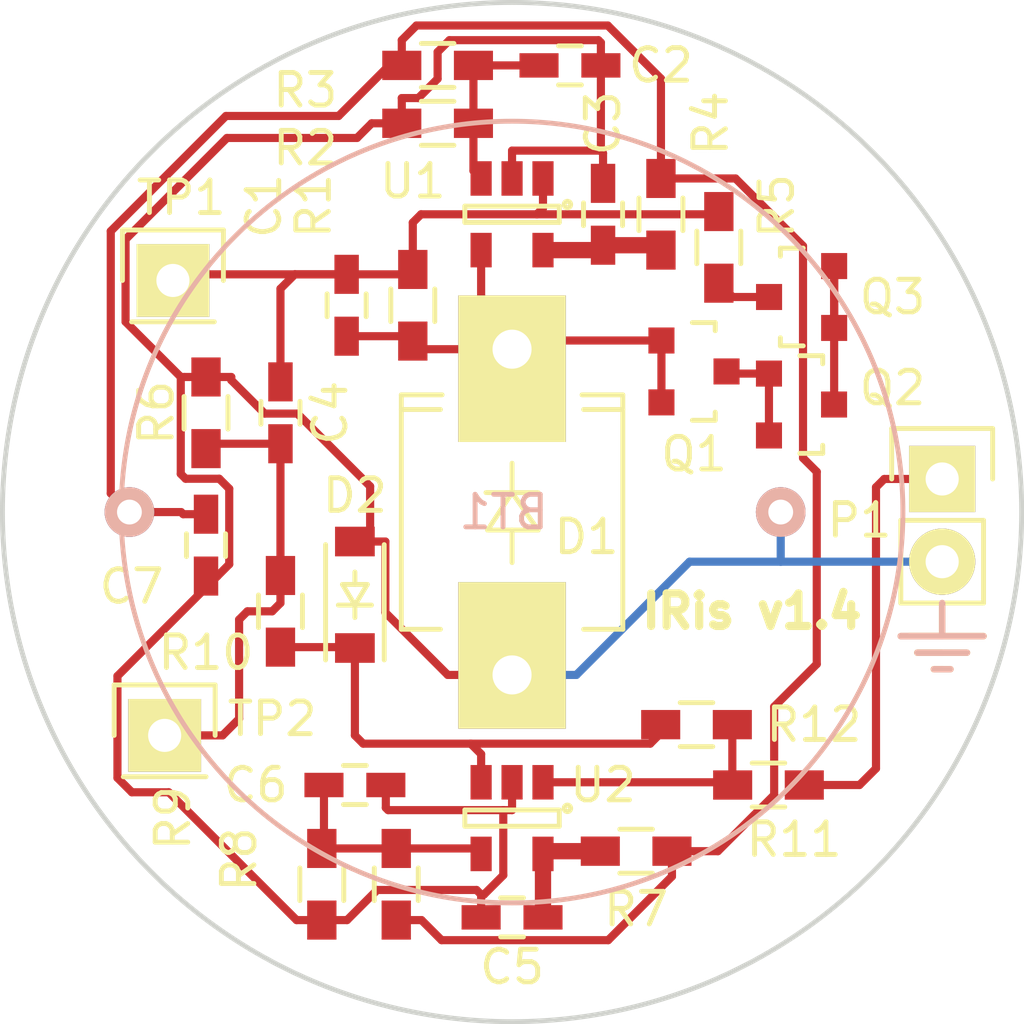
<source format=kicad_pcb>
(kicad_pcb (version 20171130) (host pcbnew "(5.1.12)-1")

  (general
    (thickness 1.6)
    (drawings 15)
    (tracks 200)
    (zones 0)
    (modules 30)
    (nets 16)
  )

  (page A4)
  (title_block
    (title IRis)
    (date 05/21/2016)
    (rev 1.4)
  )

  (layers
    (0 F.Cu signal)
    (31 B.Cu signal)
    (32 B.Adhes user hide)
    (33 F.Adhes user hide)
    (34 B.Paste user hide)
    (35 F.Paste user hide)
    (36 B.SilkS user hide)
    (37 F.SilkS user hide)
    (38 B.Mask user hide)
    (39 F.Mask user hide)
    (40 Dwgs.User user hide)
    (41 Cmts.User user hide)
    (42 Eco1.User user hide)
    (43 Eco2.User user hide)
    (44 Edge.Cuts user)
    (45 Margin user hide)
    (46 B.CrtYd user hide)
    (47 F.CrtYd user hide)
    (48 B.Fab user hide)
    (49 F.Fab user hide)
  )

  (setup
    (last_trace_width 0.25)
    (user_trace_width 0.5)
    (trace_clearance 0.2)
    (zone_clearance 0.254)
    (zone_45_only no)
    (trace_min 0.2)
    (via_size 0.6)
    (via_drill 0.4)
    (via_min_size 0.4)
    (via_min_drill 0.3)
    (uvia_size 0.3)
    (uvia_drill 0.1)
    (uvias_allowed no)
    (uvia_min_size 0.2)
    (uvia_min_drill 0.1)
    (edge_width 0.15)
    (segment_width 0.2)
    (pcb_text_width 0.3)
    (pcb_text_size 1.5 1.5)
    (mod_edge_width 0.15)
    (mod_text_size 1 1)
    (mod_text_width 0.15)
    (pad_size 1.524 1.524)
    (pad_drill 0.762)
    (pad_to_mask_clearance 0.2)
    (aux_axis_origin 0 0)
    (visible_elements 7FFFFFFF)
    (pcbplotparams
      (layerselection 0x010f0_80000001)
      (usegerberextensions false)
      (usegerberattributes true)
      (usegerberadvancedattributes true)
      (creategerberjobfile true)
      (excludeedgelayer true)
      (linewidth 0.100000)
      (plotframeref false)
      (viasonmask false)
      (mode 1)
      (useauxorigin false)
      (hpglpennumber 1)
      (hpglpenspeed 20)
      (hpglpendiameter 15.000000)
      (psnegative false)
      (psa4output false)
      (plotreference true)
      (plotvalue false)
      (plotinvisibletext false)
      (padsonsilk false)
      (subtractmaskfromsilk false)
      (outputformat 1)
      (mirror false)
      (drillshape 0)
      (scaleselection 1)
      (outputdirectory "Gerber/"))
  )

  (net 0 "")
  (net 1 "Net-(C1-Pad1)")
  (net 2 "Net-(C1-Pad2)")
  (net 3 "Net-(C2-Pad1)")
  (net 4 GND)
  (net 5 "Net-(C3-Pad2)")
  (net 6 "Net-(C4-Pad1)")
  (net 7 "Net-(C5-Pad2)")
  (net 8 "Net-(C6-Pad1)")
  (net 9 +5V)
  (net 10 "Net-(Q1-Pad3)")
  (net 11 "Net-(P1-Pad1)")
  (net 12 "Net-(Q2-Pad3)")
  (net 13 "Net-(Q3-Pad3)")
  (net 14 "Net-(D2-Pad1)")
  (net 15 "Net-(R11-Pad1)")

  (net_class Default "This is the default net class."
    (clearance 0.2)
    (trace_width 0.25)
    (via_dia 0.6)
    (via_drill 0.4)
    (uvia_dia 0.3)
    (uvia_drill 0.1)
    (add_net +5V)
    (add_net GND)
    (add_net "Net-(C1-Pad1)")
    (add_net "Net-(C1-Pad2)")
    (add_net "Net-(C2-Pad1)")
    (add_net "Net-(C3-Pad2)")
    (add_net "Net-(C4-Pad1)")
    (add_net "Net-(C5-Pad2)")
    (add_net "Net-(C6-Pad1)")
    (add_net "Net-(D2-Pad1)")
    (add_net "Net-(P1-Pad1)")
    (add_net "Net-(Q1-Pad3)")
    (add_net "Net-(Q2-Pad3)")
    (add_net "Net-(Q3-Pad3)")
    (add_net "Net-(R11-Pad1)")
  )

  (module Capacitors_SMD:C_0603_HandSoldering (layer F.Cu) (tedit 57AA5F65) (tstamp 5710DD30)
    (at 137.16 93.218 270)
    (descr "Capacitor SMD 0603, hand soldering")
    (tags "capacitor 0603")
    (path /5702C80E)
    (attr smd)
    (fp_text reference C1 (at -3.048 2.54 270) (layer F.SilkS)
      (effects (font (size 1 1) (thickness 0.15)))
    )
    (fp_text value 2.2pF (at 0 1.9 270) (layer F.Fab)
      (effects (font (size 1 1) (thickness 0.15)))
    )
    (fp_line (start -1.85 -0.75) (end 1.85 -0.75) (layer F.CrtYd) (width 0.05))
    (fp_line (start -1.85 0.75) (end 1.85 0.75) (layer F.CrtYd) (width 0.05))
    (fp_line (start -1.85 -0.75) (end -1.85 0.75) (layer F.CrtYd) (width 0.05))
    (fp_line (start 1.85 -0.75) (end 1.85 0.75) (layer F.CrtYd) (width 0.05))
    (fp_line (start -0.35 -0.6) (end 0.35 -0.6) (layer F.SilkS) (width 0.15))
    (fp_line (start 0.35 0.6) (end -0.35 0.6) (layer F.SilkS) (width 0.15))
    (pad 1 smd rect (at -0.95 0 270) (size 1.2 0.75) (layers F.Cu F.Paste F.Mask)
      (net 1 "Net-(C1-Pad1)"))
    (pad 2 smd rect (at 0.95 0 270) (size 1.2 0.75) (layers F.Cu F.Paste F.Mask)
      (net 2 "Net-(C1-Pad2)"))
    (model Capacitors_SMD.3dshapes/C_0603_HandSoldering.wrl
      (at (xyz 0 0 0))
      (scale (xyz 1 1 1))
      (rotate (xyz 0 0 0))
    )
  )

  (module Capacitors_SMD:C_0603_HandSoldering (layer F.Cu) (tedit 7FFFFFFF) (tstamp 5710DD3C)
    (at 144.018 85.852)
    (descr "Capacitor SMD 0603, hand soldering")
    (tags "capacitor 0603")
    (path /5702C73B)
    (attr smd)
    (fp_text reference C2 (at 2.794 0 180) (layer F.SilkS)
      (effects (font (size 1 1) (thickness 0.15)))
    )
    (fp_text value 0.1uF (at 0 1.9) (layer F.Fab)
      (effects (font (size 1 1) (thickness 0.15)))
    )
    (fp_line (start -1.85 -0.75) (end 1.85 -0.75) (layer F.CrtYd) (width 0.05))
    (fp_line (start -1.85 0.75) (end 1.85 0.75) (layer F.CrtYd) (width 0.05))
    (fp_line (start -1.85 -0.75) (end -1.85 0.75) (layer F.CrtYd) (width 0.05))
    (fp_line (start 1.85 -0.75) (end 1.85 0.75) (layer F.CrtYd) (width 0.05))
    (fp_line (start -0.35 -0.6) (end 0.35 -0.6) (layer F.SilkS) (width 0.15))
    (fp_line (start 0.35 0.6) (end -0.35 0.6) (layer F.SilkS) (width 0.15))
    (pad 1 smd rect (at -0.95 0) (size 1.2 0.75) (layers F.Cu F.Paste F.Mask)
      (net 3 "Net-(C2-Pad1)"))
    (pad 2 smd rect (at 0.95 0) (size 1.2 0.75) (layers F.Cu F.Paste F.Mask)
      (net 4 GND))
    (model Capacitors_SMD.3dshapes/C_0603_HandSoldering.wrl
      (at (xyz 0 0 0))
      (scale (xyz 1 1 1))
      (rotate (xyz 0 0 0))
    )
  )

  (module Capacitors_SMD:C_0603_HandSoldering (layer F.Cu) (tedit 7FFFFFFF) (tstamp 5710DD48)
    (at 145.034 90.424 270)
    (descr "Capacitor SMD 0603, hand soldering")
    (tags "capacitor 0603")
    (path /5702CB7B)
    (attr smd)
    (fp_text reference C3 (at -2.794 0 90) (layer F.SilkS)
      (effects (font (size 1 1) (thickness 0.15)))
    )
    (fp_text value 0.1uF (at 0 1.9 270) (layer F.Fab)
      (effects (font (size 1 1) (thickness 0.15)))
    )
    (fp_line (start -1.85 -0.75) (end 1.85 -0.75) (layer F.CrtYd) (width 0.05))
    (fp_line (start -1.85 0.75) (end 1.85 0.75) (layer F.CrtYd) (width 0.05))
    (fp_line (start -1.85 -0.75) (end -1.85 0.75) (layer F.CrtYd) (width 0.05))
    (fp_line (start 1.85 -0.75) (end 1.85 0.75) (layer F.CrtYd) (width 0.05))
    (fp_line (start -0.35 -0.6) (end 0.35 -0.6) (layer F.SilkS) (width 0.15))
    (fp_line (start 0.35 0.6) (end -0.35 0.6) (layer F.SilkS) (width 0.15))
    (pad 1 smd rect (at -0.95 0 270) (size 1.2 0.75) (layers F.Cu F.Paste F.Mask)
      (net 4 GND))
    (pad 2 smd rect (at 0.95 0 270) (size 1.2 0.75) (layers F.Cu F.Paste F.Mask)
      (net 5 "Net-(C3-Pad2)"))
    (model Capacitors_SMD.3dshapes/C_0603_HandSoldering.wrl
      (at (xyz 0 0 0))
      (scale (xyz 1 1 1))
      (rotate (xyz 0 0 0))
    )
  )

  (module Capacitors_SMD:C_0603_HandSoldering (layer F.Cu) (tedit 57410AE1) (tstamp 5710DD54)
    (at 135.128 96.52 90)
    (descr "Capacitor SMD 0603, hand soldering")
    (tags "capacitor 0603")
    (path /571038BD)
    (attr smd)
    (fp_text reference C4 (at 0 1.524 270) (layer F.SilkS)
      (effects (font (size 1 1) (thickness 0.15)))
    )
    (fp_text value 0.1uF (at 0 1.9 90) (layer F.Fab)
      (effects (font (size 1 1) (thickness 0.15)))
    )
    (fp_line (start -1.85 -0.75) (end 1.85 -0.75) (layer F.CrtYd) (width 0.05))
    (fp_line (start -1.85 0.75) (end 1.85 0.75) (layer F.CrtYd) (width 0.05))
    (fp_line (start -1.85 -0.75) (end -1.85 0.75) (layer F.CrtYd) (width 0.05))
    (fp_line (start 1.85 -0.75) (end 1.85 0.75) (layer F.CrtYd) (width 0.05))
    (fp_line (start -0.35 -0.6) (end 0.35 -0.6) (layer F.SilkS) (width 0.15))
    (fp_line (start 0.35 0.6) (end -0.35 0.6) (layer F.SilkS) (width 0.15))
    (pad 1 smd rect (at -0.95 0 90) (size 1.2 0.75) (layers F.Cu F.Paste F.Mask)
      (net 6 "Net-(C4-Pad1)"))
    (pad 2 smd rect (at 0.95 0 90) (size 1.2 0.75) (layers F.Cu F.Paste F.Mask)
      (net 1 "Net-(C1-Pad1)"))
    (model Capacitors_SMD.3dshapes/C_0603_HandSoldering.wrl
      (at (xyz 0 0 0))
      (scale (xyz 1 1 1))
      (rotate (xyz 0 0 0))
    )
  )

  (module Capacitors_SMD:C_0603_HandSoldering (layer F.Cu) (tedit 57167B0C) (tstamp 5710DD60)
    (at 142.24 112.014)
    (descr "Capacitor SMD 0603, hand soldering")
    (tags "capacitor 0603")
    (path /5702E61F)
    (attr smd)
    (fp_text reference C5 (at 0 1.524 180) (layer F.SilkS)
      (effects (font (size 1 1) (thickness 0.15)))
    )
    (fp_text value 0.1uF (at 0 1.9) (layer F.Fab)
      (effects (font (size 1 1) (thickness 0.15)))
    )
    (fp_line (start -1.85 -0.75) (end 1.85 -0.75) (layer F.CrtYd) (width 0.05))
    (fp_line (start -1.85 0.75) (end 1.85 0.75) (layer F.CrtYd) (width 0.05))
    (fp_line (start -1.85 -0.75) (end -1.85 0.75) (layer F.CrtYd) (width 0.05))
    (fp_line (start 1.85 -0.75) (end 1.85 0.75) (layer F.CrtYd) (width 0.05))
    (fp_line (start -0.35 -0.6) (end 0.35 -0.6) (layer F.SilkS) (width 0.15))
    (fp_line (start 0.35 0.6) (end -0.35 0.6) (layer F.SilkS) (width 0.15))
    (pad 1 smd rect (at -0.95 0) (size 1.2 0.75) (layers F.Cu F.Paste F.Mask)
      (net 4 GND))
    (pad 2 smd rect (at 0.95 0) (size 1.2 0.75) (layers F.Cu F.Paste F.Mask)
      (net 7 "Net-(C5-Pad2)"))
    (model Capacitors_SMD.3dshapes/C_0603_HandSoldering.wrl
      (at (xyz 0 0 0))
      (scale (xyz 1 1 1))
      (rotate (xyz 0 0 0))
    )
  )

  (module Capacitors_SMD:C_0603_HandSoldering (layer F.Cu) (tedit 5740DBC8) (tstamp 5710DD6C)
    (at 137.414 107.95)
    (descr "Capacitor SMD 0603, hand soldering")
    (tags "capacitor 0603")
    (path /5702CAD4)
    (attr smd)
    (fp_text reference C6 (at -3.048 0) (layer F.SilkS)
      (effects (font (size 1 1) (thickness 0.15)))
    )
    (fp_text value 0.1uF (at 0 1.9) (layer F.Fab)
      (effects (font (size 1 1) (thickness 0.15)))
    )
    (fp_line (start -1.85 -0.75) (end 1.85 -0.75) (layer F.CrtYd) (width 0.05))
    (fp_line (start -1.85 0.75) (end 1.85 0.75) (layer F.CrtYd) (width 0.05))
    (fp_line (start -1.85 -0.75) (end -1.85 0.75) (layer F.CrtYd) (width 0.05))
    (fp_line (start 1.85 -0.75) (end 1.85 0.75) (layer F.CrtYd) (width 0.05))
    (fp_line (start -0.35 -0.6) (end 0.35 -0.6) (layer F.SilkS) (width 0.15))
    (fp_line (start 0.35 0.6) (end -0.35 0.6) (layer F.SilkS) (width 0.15))
    (pad 1 smd rect (at -0.95 0) (size 1.2 0.75) (layers F.Cu F.Paste F.Mask)
      (net 8 "Net-(C6-Pad1)"))
    (pad 2 smd rect (at 0.95 0) (size 1.2 0.75) (layers F.Cu F.Paste F.Mask)
      (net 4 GND))
    (model Capacitors_SMD.3dshapes/C_0603_HandSoldering.wrl
      (at (xyz 0 0 0))
      (scale (xyz 1 1 1))
      (rotate (xyz 0 0 0))
    )
  )

  (module Capacitors_SMD:C_0603_HandSoldering (layer F.Cu) (tedit 5711C2DF) (tstamp 5710DD78)
    (at 132.842 100.584 270)
    (descr "Capacitor SMD 0603, hand soldering")
    (tags "capacitor 0603")
    (path /5702FF22)
    (attr smd)
    (fp_text reference C7 (at 1.27 2.286) (layer F.SilkS)
      (effects (font (size 1 1) (thickness 0.15)))
    )
    (fp_text value 10uF (at 0 1.9 270) (layer F.Fab)
      (effects (font (size 1 1) (thickness 0.15)))
    )
    (fp_line (start -1.85 -0.75) (end 1.85 -0.75) (layer F.CrtYd) (width 0.05))
    (fp_line (start -1.85 0.75) (end 1.85 0.75) (layer F.CrtYd) (width 0.05))
    (fp_line (start -1.85 -0.75) (end -1.85 0.75) (layer F.CrtYd) (width 0.05))
    (fp_line (start 1.85 -0.75) (end 1.85 0.75) (layer F.CrtYd) (width 0.05))
    (fp_line (start -0.35 -0.6) (end 0.35 -0.6) (layer F.SilkS) (width 0.15))
    (fp_line (start 0.35 0.6) (end -0.35 0.6) (layer F.SilkS) (width 0.15))
    (pad 1 smd rect (at -0.95 0 270) (size 1.2 0.75) (layers F.Cu F.Paste F.Mask)
      (net 9 +5V))
    (pad 2 smd rect (at 0.95 0 270) (size 1.2 0.75) (layers F.Cu F.Paste F.Mask)
      (net 4 GND))
    (model Capacitors_SMD.3dshapes/C_0603_HandSoldering.wrl
      (at (xyz 0 0 0))
      (scale (xyz 1 1 1))
      (rotate (xyz 0 0 0))
    )
  )

  (module Diodes_SMD:SMC-RM10_Universal_Handsoldering (layer F.Cu) (tedit 5) (tstamp 5710DD8F)
    (at 142.24 99.568 270)
    (descr "Diode, Universal, SMC, RM10, Handsoldering, SMD, Thruhole,")
    (tags "Diode Universal SMC RM10 Handsoldering SMD Thruhole ")
    (path /5702BB6B)
    (fp_text reference D1 (at 0.762 -2.286) (layer F.SilkS)
      (effects (font (size 1 1) (thickness 0.15)))
    )
    (fp_text value VBPW34FASR (at 0 5.08 270) (layer F.Fab)
      (effects (font (size 1 1) (thickness 0.15)))
    )
    (fp_circle (center 0.05 0) (end -0.7501 -0.09906) (layer F.Adhes) (width 0.381))
    (fp_circle (center 0.05 0) (end -0.45038 0) (layer F.Adhes) (width 0.381))
    (fp_circle (center 0.05 0) (end -0.09986 0) (layer F.Adhes) (width 0.381))
    (fp_line (start -0.5977 0) (end -1.4994 0) (layer F.SilkS) (width 0.15))
    (fp_line (start 0.55292 0) (end 1.55114 0) (layer F.SilkS) (width 0.15))
    (fp_line (start -3.14946 3.40106) (end -3.14946 2.19964) (layer F.SilkS) (width 0.15))
    (fp_line (start -3.14946 -3.40106) (end -3.14946 -2.19964) (layer F.SilkS) (width 0.15))
    (fp_line (start 3.59918 3.40106) (end 3.59918 2.19964) (layer F.SilkS) (width 0.15))
    (fp_line (start 3.59918 -3.40106) (end 3.59918 -2.19964) (layer F.SilkS) (width 0.15))
    (fp_line (start -3.59918 3.40106) (end -3.59918 2.14884) (layer F.SilkS) (width 0.15))
    (fp_line (start -3.59918 -3.40106) (end -3.59918 -2.14884) (layer F.SilkS) (width 0.15))
    (fp_line (start -0.5977 -0.8001) (end -0.5977 0.8001) (layer F.SilkS) (width 0.15))
    (fp_line (start 0.55292 0.7493) (end 0.55292 -0.8001) (layer F.SilkS) (width 0.15))
    (fp_line (start -0.5977 0) (end 0.55292 0.7493) (layer F.SilkS) (width 0.15))
    (fp_line (start -0.5977 0) (end 0.55292 -0.8001) (layer F.SilkS) (width 0.15))
    (fp_line (start -3.59918 3.40106) (end 3.59918 3.40106) (layer F.SilkS) (width 0.15))
    (fp_line (start -3.59918 -3.40106) (end 3.59918 -3.40106) (layer F.SilkS) (width 0.15))
    (pad 1 thru_hole rect (at -5.00126 0 270) (size 4.50088 3.29946) (drill 1.19888 (offset 0.59944 0)) (layers *.Cu *.Mask F.SilkS)
      (net 2 "Net-(C1-Pad2)"))
    (pad 2 thru_hole rect (at 5.00126 0 90) (size 4.50088 3.29946) (drill 1.19888 (offset 0.59944 0)) (layers *.Cu *.Mask F.SilkS)
      (net 4 GND))
    (model Diodes_SMD.3dshapes/SMC-RM10_Universal_Handsoldering.wrl
      (at (xyz 0 0 0))
      (scale (xyz 0.3937 0.3937 0.3937))
      (rotate (xyz 0 0 180))
    )
  )

  (module TO_SOT_Packages_SMD:SOT-23 (layer F.Cu) (tedit 571679C0) (tstamp 5710DDE5)
    (at 147.828 95.25 270)
    (descr "SOT-23, Standard")
    (tags SOT-23)
    (path /570FEF1C)
    (attr smd)
    (fp_text reference Q1 (at 2.54 0) (layer F.SilkS)
      (effects (font (size 1 1) (thickness 0.15)))
    )
    (fp_text value MMBF4117 (at 0 2.3 270) (layer F.Fab)
      (effects (font (size 1 1) (thickness 0.15)))
    )
    (fp_line (start -1.65 -1.6) (end 1.65 -1.6) (layer F.CrtYd) (width 0.05))
    (fp_line (start 1.65 -1.6) (end 1.65 1.6) (layer F.CrtYd) (width 0.05))
    (fp_line (start 1.65 1.6) (end -1.65 1.6) (layer F.CrtYd) (width 0.05))
    (fp_line (start -1.65 1.6) (end -1.65 -1.6) (layer F.CrtYd) (width 0.05))
    (fp_line (start 1.29916 -0.65024) (end 1.2509 -0.65024) (layer F.SilkS) (width 0.15))
    (fp_line (start -1.49982 0.0508) (end -1.49982 -0.65024) (layer F.SilkS) (width 0.15))
    (fp_line (start -1.49982 -0.65024) (end -1.2509 -0.65024) (layer F.SilkS) (width 0.15))
    (fp_line (start 1.29916 -0.65024) (end 1.49982 -0.65024) (layer F.SilkS) (width 0.15))
    (fp_line (start 1.49982 -0.65024) (end 1.49982 0.0508) (layer F.SilkS) (width 0.15))
    (pad 1 smd rect (at -0.95 1.00076 270) (size 0.8001 0.8001) (layers F.Cu F.Paste F.Mask)
      (net 2 "Net-(C1-Pad2)"))
    (pad 2 smd rect (at 0.95 1.00076 270) (size 0.8001 0.8001) (layers F.Cu F.Paste F.Mask)
      (net 2 "Net-(C1-Pad2)"))
    (pad 3 smd rect (at 0 -0.99822 270) (size 0.8001 0.8001) (layers F.Cu F.Paste F.Mask)
      (net 10 "Net-(Q1-Pad3)"))
    (model TO_SOT_Packages_SMD.3dshapes/SOT-23.wrl
      (at (xyz 0 0 0))
      (scale (xyz 1 1 1))
      (rotate (xyz 0 0 0))
    )
  )

  (module Resistors_SMD:R_0603_HandSoldering (layer F.Cu) (tedit 57AA5F5F) (tstamp 5710DDF1)
    (at 139.192 93.218 270)
    (descr "Resistor SMD 0603, hand soldering")
    (tags "resistor 0603")
    (path /5702C06F)
    (attr smd)
    (fp_text reference R1 (at -3.048 3.048 270) (layer F.SilkS)
      (effects (font (size 1 1) (thickness 0.15)))
    )
    (fp_text value 10M (at 0 1.9 270) (layer F.Fab)
      (effects (font (size 1 1) (thickness 0.15)))
    )
    (fp_line (start -2 -0.8) (end 2 -0.8) (layer F.CrtYd) (width 0.05))
    (fp_line (start -2 0.8) (end 2 0.8) (layer F.CrtYd) (width 0.05))
    (fp_line (start -2 -0.8) (end -2 0.8) (layer F.CrtYd) (width 0.05))
    (fp_line (start 2 -0.8) (end 2 0.8) (layer F.CrtYd) (width 0.05))
    (fp_line (start 0.5 0.675) (end -0.5 0.675) (layer F.SilkS) (width 0.15))
    (fp_line (start -0.5 -0.675) (end 0.5 -0.675) (layer F.SilkS) (width 0.15))
    (pad 1 smd rect (at -1.1 0 270) (size 1.2 0.9) (layers F.Cu F.Paste F.Mask)
      (net 1 "Net-(C1-Pad1)"))
    (pad 2 smd rect (at 1.1 0 270) (size 1.2 0.9) (layers F.Cu F.Paste F.Mask)
      (net 2 "Net-(C1-Pad2)"))
    (model Resistors_SMD.3dshapes/R_0603_HandSoldering.wrl
      (at (xyz 0 0 0))
      (scale (xyz 1 1 1))
      (rotate (xyz 0 0 0))
    )
  )

  (module Resistors_SMD:R_0603_HandSoldering (layer F.Cu) (tedit 57166EB3) (tstamp 5710DDFD)
    (at 139.954 87.63)
    (descr "Resistor SMD 0603, hand soldering")
    (tags "resistor 0603")
    (path /5702C213)
    (attr smd)
    (fp_text reference R2 (at -4.064 0.762 180) (layer F.SilkS)
      (effects (font (size 1 1) (thickness 0.15)))
    )
    (fp_text value 22k (at 0 1.9) (layer F.Fab)
      (effects (font (size 1 1) (thickness 0.15)))
    )
    (fp_line (start -2 -0.8) (end 2 -0.8) (layer F.CrtYd) (width 0.05))
    (fp_line (start -2 0.8) (end 2 0.8) (layer F.CrtYd) (width 0.05))
    (fp_line (start -2 -0.8) (end -2 0.8) (layer F.CrtYd) (width 0.05))
    (fp_line (start 2 -0.8) (end 2 0.8) (layer F.CrtYd) (width 0.05))
    (fp_line (start 0.5 0.675) (end -0.5 0.675) (layer F.SilkS) (width 0.15))
    (fp_line (start -0.5 -0.675) (end 0.5 -0.675) (layer F.SilkS) (width 0.15))
    (pad 1 smd rect (at -1.1 0) (size 1.2 0.9) (layers F.Cu F.Paste F.Mask)
      (net 4 GND))
    (pad 2 smd rect (at 1.1 0) (size 1.2 0.9) (layers F.Cu F.Paste F.Mask)
      (net 3 "Net-(C2-Pad1)"))
    (model Resistors_SMD.3dshapes/R_0603_HandSoldering.wrl
      (at (xyz 0 0 0))
      (scale (xyz 1 1 1))
      (rotate (xyz 0 0 0))
    )
  )

  (module Resistors_SMD:R_0603_HandSoldering (layer F.Cu) (tedit 57166EA9) (tstamp 5710DE09)
    (at 139.954 85.852 180)
    (descr "Resistor SMD 0603, hand soldering")
    (tags "resistor 0603")
    (path /5702C28B)
    (attr smd)
    (fp_text reference R3 (at 4.064 -0.762) (layer F.SilkS)
      (effects (font (size 1 1) (thickness 0.15)))
    )
    (fp_text value 330k (at 0 1.9 180) (layer F.Fab)
      (effects (font (size 1 1) (thickness 0.15)))
    )
    (fp_line (start -2 -0.8) (end 2 -0.8) (layer F.CrtYd) (width 0.05))
    (fp_line (start -2 0.8) (end 2 0.8) (layer F.CrtYd) (width 0.05))
    (fp_line (start -2 -0.8) (end -2 0.8) (layer F.CrtYd) (width 0.05))
    (fp_line (start 2 -0.8) (end 2 0.8) (layer F.CrtYd) (width 0.05))
    (fp_line (start 0.5 0.675) (end -0.5 0.675) (layer F.SilkS) (width 0.15))
    (fp_line (start -0.5 -0.675) (end 0.5 -0.675) (layer F.SilkS) (width 0.15))
    (pad 1 smd rect (at -1.1 0 180) (size 1.2 0.9) (layers F.Cu F.Paste F.Mask)
      (net 3 "Net-(C2-Pad1)"))
    (pad 2 smd rect (at 1.1 0 180) (size 1.2 0.9) (layers F.Cu F.Paste F.Mask)
      (net 9 +5V))
    (model Resistors_SMD.3dshapes/R_0603_HandSoldering.wrl
      (at (xyz 0 0 0))
      (scale (xyz 1 1 1))
      (rotate (xyz 0 0 0))
    )
  )

  (module Resistors_SMD:R_0603_HandSoldering (layer F.Cu) (tedit 57167A80) (tstamp 5710DE15)
    (at 146.812 90.424 90)
    (descr "Resistor SMD 0603, hand soldering")
    (tags "resistor 0603")
    (path /5702C6C4)
    (attr smd)
    (fp_text reference R4 (at 2.794 1.524 270) (layer F.SilkS)
      (effects (font (size 1 1) (thickness 0.15)))
    )
    (fp_text value 10 (at 0 1.9 90) (layer F.Fab)
      (effects (font (size 1 1) (thickness 0.15)))
    )
    (fp_line (start -2 -0.8) (end 2 -0.8) (layer F.CrtYd) (width 0.05))
    (fp_line (start -2 0.8) (end 2 0.8) (layer F.CrtYd) (width 0.05))
    (fp_line (start -2 -0.8) (end -2 0.8) (layer F.CrtYd) (width 0.05))
    (fp_line (start 2 -0.8) (end 2 0.8) (layer F.CrtYd) (width 0.05))
    (fp_line (start 0.5 0.675) (end -0.5 0.675) (layer F.SilkS) (width 0.15))
    (fp_line (start -0.5 -0.675) (end 0.5 -0.675) (layer F.SilkS) (width 0.15))
    (pad 1 smd rect (at -1.1 0 90) (size 1.2 0.9) (layers F.Cu F.Paste F.Mask)
      (net 5 "Net-(C3-Pad2)"))
    (pad 2 smd rect (at 1.1 0 90) (size 1.2 0.9) (layers F.Cu F.Paste F.Mask)
      (net 9 +5V))
    (model Resistors_SMD.3dshapes/R_0603_HandSoldering.wrl
      (at (xyz 0 0 0))
      (scale (xyz 1 1 1))
      (rotate (xyz 0 0 0))
    )
  )

  (module Resistors_SMD:R_0603_HandSoldering (layer F.Cu) (tedit 571679F1) (tstamp 5710DE21)
    (at 148.59 91.44 90)
    (descr "Resistor SMD 0603, hand soldering")
    (tags "resistor 0603")
    (path /570FF62F)
    (attr smd)
    (fp_text reference R5 (at 1.27 1.778 270) (layer F.SilkS)
      (effects (font (size 1 1) (thickness 0.15)))
    )
    (fp_text value 0 (at 0 1.9 90) (layer F.Fab)
      (effects (font (size 1 1) (thickness 0.15)))
    )
    (fp_line (start -2 -0.8) (end 2 -0.8) (layer F.CrtYd) (width 0.05))
    (fp_line (start -2 0.8) (end 2 0.8) (layer F.CrtYd) (width 0.05))
    (fp_line (start -2 -0.8) (end -2 0.8) (layer F.CrtYd) (width 0.05))
    (fp_line (start 2 -0.8) (end 2 0.8) (layer F.CrtYd) (width 0.05))
    (fp_line (start 0.5 0.675) (end -0.5 0.675) (layer F.SilkS) (width 0.15))
    (fp_line (start -0.5 -0.675) (end 0.5 -0.675) (layer F.SilkS) (width 0.15))
    (pad 1 smd rect (at -1.1 0 90) (size 1.2 0.9) (layers F.Cu F.Paste F.Mask)
      (net 13 "Net-(Q3-Pad3)"))
    (pad 2 smd rect (at 1.1 0 90) (size 1.2 0.9) (layers F.Cu F.Paste F.Mask)
      (net 1 "Net-(C1-Pad1)"))
    (model Resistors_SMD.3dshapes/R_0603_HandSoldering.wrl
      (at (xyz 0 0 0))
      (scale (xyz 1 1 1))
      (rotate (xyz 0 0 0))
    )
  )

  (module Resistors_SMD:R_0603_HandSoldering (layer F.Cu) (tedit 57410AC2) (tstamp 5710DE2D)
    (at 132.842 96.52 270)
    (descr "Resistor SMD 0603, hand soldering")
    (tags "resistor 0603")
    (path /571040B6)
    (attr smd)
    (fp_text reference R6 (at 0 1.524 270) (layer F.SilkS)
      (effects (font (size 1 1) (thickness 0.15)))
    )
    (fp_text value 5.1k (at 0 1.9 270) (layer F.Fab)
      (effects (font (size 1 1) (thickness 0.15)))
    )
    (fp_line (start -2 -0.8) (end 2 -0.8) (layer F.CrtYd) (width 0.05))
    (fp_line (start -2 0.8) (end 2 0.8) (layer F.CrtYd) (width 0.05))
    (fp_line (start -2 -0.8) (end -2 0.8) (layer F.CrtYd) (width 0.05))
    (fp_line (start 2 -0.8) (end 2 0.8) (layer F.CrtYd) (width 0.05))
    (fp_line (start 0.5 0.675) (end -0.5 0.675) (layer F.SilkS) (width 0.15))
    (fp_line (start -0.5 -0.675) (end 0.5 -0.675) (layer F.SilkS) (width 0.15))
    (pad 1 smd rect (at -1.1 0 270) (size 1.2 0.9) (layers F.Cu F.Paste F.Mask)
      (net 4 GND))
    (pad 2 smd rect (at 1.1 0 270) (size 1.2 0.9) (layers F.Cu F.Paste F.Mask)
      (net 6 "Net-(C4-Pad1)"))
    (model Resistors_SMD.3dshapes/R_0603_HandSoldering.wrl
      (at (xyz 0 0 0))
      (scale (xyz 1 1 1))
      (rotate (xyz 0 0 0))
    )
  )

  (module Resistors_SMD:R_0603_HandSoldering (layer F.Cu) (tedit 572B647F) (tstamp 5710DE39)
    (at 146.05 109.982)
    (descr "Resistor SMD 0603, hand soldering")
    (tags "resistor 0603")
    (path /57104999)
    (attr smd)
    (fp_text reference R7 (at 0 1.778 180) (layer F.SilkS)
      (effects (font (size 1 1) (thickness 0.15)))
    )
    (fp_text value 10 (at 0 1.9) (layer F.Fab)
      (effects (font (size 1 1) (thickness 0.15)))
    )
    (fp_line (start -2 -0.8) (end 2 -0.8) (layer F.CrtYd) (width 0.05))
    (fp_line (start -2 0.8) (end 2 0.8) (layer F.CrtYd) (width 0.05))
    (fp_line (start -2 -0.8) (end -2 0.8) (layer F.CrtYd) (width 0.05))
    (fp_line (start 2 -0.8) (end 2 0.8) (layer F.CrtYd) (width 0.05))
    (fp_line (start 0.5 0.675) (end -0.5 0.675) (layer F.SilkS) (width 0.15))
    (fp_line (start -0.5 -0.675) (end 0.5 -0.675) (layer F.SilkS) (width 0.15))
    (pad 1 smd rect (at -1.1 0) (size 1.2 0.9) (layers F.Cu F.Paste F.Mask)
      (net 7 "Net-(C5-Pad2)"))
    (pad 2 smd rect (at 1.1 0) (size 1.2 0.9) (layers F.Cu F.Paste F.Mask)
      (net 9 +5V))
    (model Resistors_SMD.3dshapes/R_0603_HandSoldering.wrl
      (at (xyz 0 0 0))
      (scale (xyz 1 1 1))
      (rotate (xyz 0 0 0))
    )
  )

  (module Resistors_SMD:R_0603_HandSoldering (layer F.Cu) (tedit 5710FFE6) (tstamp 5710DE45)
    (at 138.684 110.998 90)
    (descr "Resistor SMD 0603, hand soldering")
    (tags "resistor 0603")
    (path /5702C2EF)
    (attr smd)
    (fp_text reference R8 (at 0.762 -4.826 90) (layer F.SilkS)
      (effects (font (size 1 1) (thickness 0.15)))
    )
    (fp_text value 680k (at 0 1.9 90) (layer F.Fab)
      (effects (font (size 1 1) (thickness 0.15)))
    )
    (fp_line (start -2 -0.8) (end 2 -0.8) (layer F.CrtYd) (width 0.05))
    (fp_line (start -2 0.8) (end 2 0.8) (layer F.CrtYd) (width 0.05))
    (fp_line (start -2 -0.8) (end -2 0.8) (layer F.CrtYd) (width 0.05))
    (fp_line (start 2 -0.8) (end 2 0.8) (layer F.CrtYd) (width 0.05))
    (fp_line (start 0.5 0.675) (end -0.5 0.675) (layer F.SilkS) (width 0.15))
    (fp_line (start -0.5 -0.675) (end 0.5 -0.675) (layer F.SilkS) (width 0.15))
    (pad 1 smd rect (at -1.1 0 90) (size 1.2 0.9) (layers F.Cu F.Paste F.Mask)
      (net 9 +5V))
    (pad 2 smd rect (at 1.1 0 90) (size 1.2 0.9) (layers F.Cu F.Paste F.Mask)
      (net 8 "Net-(C6-Pad1)"))
    (model Resistors_SMD.3dshapes/R_0603_HandSoldering.wrl
      (at (xyz 0 0 0))
      (scale (xyz 1 1 1))
      (rotate (xyz 0 0 0))
    )
  )

  (module Resistors_SMD:R_0603_HandSoldering (layer F.Cu) (tedit 5710FFE0) (tstamp 5710DE51)
    (at 136.398 110.998 90)
    (descr "Resistor SMD 0603, hand soldering")
    (tags "resistor 0603")
    (path /5702C395)
    (attr smd)
    (fp_text reference R9 (at 2.032 -4.572 270) (layer F.SilkS)
      (effects (font (size 1 1) (thickness 0.15)))
    )
    (fp_text value 10k (at 0 1.9 90) (layer F.Fab)
      (effects (font (size 1 1) (thickness 0.15)))
    )
    (fp_line (start -2 -0.8) (end 2 -0.8) (layer F.CrtYd) (width 0.05))
    (fp_line (start -2 0.8) (end 2 0.8) (layer F.CrtYd) (width 0.05))
    (fp_line (start -2 -0.8) (end -2 0.8) (layer F.CrtYd) (width 0.05))
    (fp_line (start 2 -0.8) (end 2 0.8) (layer F.CrtYd) (width 0.05))
    (fp_line (start 0.5 0.675) (end -0.5 0.675) (layer F.SilkS) (width 0.15))
    (fp_line (start -0.5 -0.675) (end 0.5 -0.675) (layer F.SilkS) (width 0.15))
    (pad 1 smd rect (at -1.1 0 90) (size 1.2 0.9) (layers F.Cu F.Paste F.Mask)
      (net 4 GND))
    (pad 2 smd rect (at 1.1 0 90) (size 1.2 0.9) (layers F.Cu F.Paste F.Mask)
      (net 8 "Net-(C6-Pad1)"))
    (model Resistors_SMD.3dshapes/R_0603_HandSoldering.wrl
      (at (xyz 0 0 0))
      (scale (xyz 1 1 1))
      (rotate (xyz 0 0 0))
    )
  )

  (module Resistors_SMD:R_0603_HandSoldering (layer F.Cu) (tedit 5740DC34) (tstamp 5710DE5D)
    (at 135.128 102.616 270)
    (descr "Resistor SMD 0603, hand soldering")
    (tags "resistor 0603")
    (path /5740E09B)
    (attr smd)
    (fp_text reference R10 (at 1.27 2.286) (layer F.SilkS)
      (effects (font (size 1 1) (thickness 0.15)))
    )
    (fp_text value 5.1k (at 0 1.9 270) (layer F.Fab)
      (effects (font (size 1 1) (thickness 0.15)))
    )
    (fp_line (start -2 -0.8) (end 2 -0.8) (layer F.CrtYd) (width 0.05))
    (fp_line (start -2 0.8) (end 2 0.8) (layer F.CrtYd) (width 0.05))
    (fp_line (start -2 -0.8) (end -2 0.8) (layer F.CrtYd) (width 0.05))
    (fp_line (start 2 -0.8) (end 2 0.8) (layer F.CrtYd) (width 0.05))
    (fp_line (start 0.5 0.675) (end -0.5 0.675) (layer F.SilkS) (width 0.15))
    (fp_line (start -0.5 -0.675) (end 0.5 -0.675) (layer F.SilkS) (width 0.15))
    (pad 1 smd rect (at -1.1 0 270) (size 1.2 0.9) (layers F.Cu F.Paste F.Mask)
      (net 6 "Net-(C4-Pad1)"))
    (pad 2 smd rect (at 1.1 0 270) (size 1.2 0.9) (layers F.Cu F.Paste F.Mask)
      (net 14 "Net-(D2-Pad1)"))
    (model Resistors_SMD.3dshapes/R_0603_HandSoldering.wrl
      (at (xyz 0 0 0))
      (scale (xyz 1 1 1))
      (rotate (xyz 0 0 0))
    )
  )

  (module TO_SOT_Packages_SMD:SOT-23-5 (layer F.Cu) (tedit 57166C77) (tstamp 5710DE6F)
    (at 142.24 90.424 270)
    (descr "5-pin SOT23 package")
    (tags SOT-23-5)
    (path /5702B9AC)
    (attr smd)
    (fp_text reference U1 (at -1.016 3.048) (layer F.SilkS)
      (effects (font (size 1 1) (thickness 0.15)))
    )
    (fp_text value TSV911ILT (at -0.05 2.35 270) (layer F.Fab)
      (effects (font (size 1 1) (thickness 0.15)))
    )
    (fp_circle (center -0.3 -1.7) (end -0.2 -1.7) (layer F.SilkS) (width 0.15))
    (fp_line (start -1.8 -1.6) (end 1.8 -1.6) (layer F.CrtYd) (width 0.05))
    (fp_line (start 1.8 -1.6) (end 1.8 1.6) (layer F.CrtYd) (width 0.05))
    (fp_line (start 1.8 1.6) (end -1.8 1.6) (layer F.CrtYd) (width 0.05))
    (fp_line (start -1.8 1.6) (end -1.8 -1.6) (layer F.CrtYd) (width 0.05))
    (fp_line (start 0.25 -1.45) (end -0.25 -1.45) (layer F.SilkS) (width 0.15))
    (fp_line (start 0.25 1.45) (end 0.25 -1.45) (layer F.SilkS) (width 0.15))
    (fp_line (start -0.25 1.45) (end 0.25 1.45) (layer F.SilkS) (width 0.15))
    (fp_line (start -0.25 -1.45) (end -0.25 1.45) (layer F.SilkS) (width 0.15))
    (pad 1 smd rect (at -1.1 -0.95 270) (size 1.06 0.65) (layers F.Cu F.Paste F.Mask)
      (net 1 "Net-(C1-Pad1)"))
    (pad 2 smd rect (at -1.1 0 270) (size 1.06 0.65) (layers F.Cu F.Paste F.Mask)
      (net 4 GND))
    (pad 3 smd rect (at -1.1 0.95 270) (size 1.06 0.65) (layers F.Cu F.Paste F.Mask)
      (net 3 "Net-(C2-Pad1)"))
    (pad 4 smd rect (at 1.1 0.95 270) (size 1.06 0.65) (layers F.Cu F.Paste F.Mask)
      (net 2 "Net-(C1-Pad2)"))
    (pad 5 smd rect (at 1.1 -0.95 270) (size 1.06 0.65) (layers F.Cu F.Paste F.Mask)
      (net 5 "Net-(C3-Pad2)"))
    (model TO_SOT_Packages_SMD.3dshapes/SOT-23-5.wrl
      (at (xyz 0 0 0))
      (scale (xyz 1 1 1))
      (rotate (xyz 0 0 0))
    )
  )

  (module TO_SOT_Packages_SMD:SOT-23-5 (layer F.Cu) (tedit 57410B13) (tstamp 5710DE81)
    (at 142.24 108.966 270)
    (descr "5-pin SOT23 package")
    (tags SOT-23-5)
    (path /5702BA7B)
    (attr smd)
    (fp_text reference U2 (at -1.016 -2.794) (layer F.SilkS)
      (effects (font (size 1 1) (thickness 0.15)))
    )
    (fp_text value TLV3201 (at -0.05 2.35 270) (layer F.Fab)
      (effects (font (size 1 1) (thickness 0.15)))
    )
    (fp_circle (center -0.3 -1.7) (end -0.2 -1.7) (layer F.SilkS) (width 0.15))
    (fp_line (start -1.8 -1.6) (end 1.8 -1.6) (layer F.CrtYd) (width 0.05))
    (fp_line (start 1.8 -1.6) (end 1.8 1.6) (layer F.CrtYd) (width 0.05))
    (fp_line (start 1.8 1.6) (end -1.8 1.6) (layer F.CrtYd) (width 0.05))
    (fp_line (start -1.8 1.6) (end -1.8 -1.6) (layer F.CrtYd) (width 0.05))
    (fp_line (start 0.25 -1.45) (end -0.25 -1.45) (layer F.SilkS) (width 0.15))
    (fp_line (start 0.25 1.45) (end 0.25 -1.45) (layer F.SilkS) (width 0.15))
    (fp_line (start -0.25 1.45) (end 0.25 1.45) (layer F.SilkS) (width 0.15))
    (fp_line (start -0.25 -1.45) (end -0.25 1.45) (layer F.SilkS) (width 0.15))
    (pad 1 smd rect (at -1.1 -0.95 270) (size 1.06 0.65) (layers F.Cu F.Paste F.Mask)
      (net 15 "Net-(R11-Pad1)"))
    (pad 2 smd rect (at -1.1 0 270) (size 1.06 0.65) (layers F.Cu F.Paste F.Mask)
      (net 4 GND))
    (pad 3 smd rect (at -1.1 0.95 270) (size 1.06 0.65) (layers F.Cu F.Paste F.Mask)
      (net 14 "Net-(D2-Pad1)"))
    (pad 4 smd rect (at 1.1 0.95 270) (size 1.06 0.65) (layers F.Cu F.Paste F.Mask)
      (net 8 "Net-(C6-Pad1)"))
    (pad 5 smd rect (at 1.1 -0.95 270) (size 1.06 0.65) (layers F.Cu F.Paste F.Mask)
      (net 7 "Net-(C5-Pad2)"))
    (model TO_SOT_Packages_SMD.3dshapes/SOT-23-5.wrl
      (at (xyz 0 0 0))
      (scale (xyz 1 1 1))
      (rotate (xyz 0 0 0))
    )
  )

  (module "CR2032:MPD BH32T-C" (layer B.Cu) (tedit 572B9690) (tstamp 5711BDA4)
    (at 142.24 99.568 90)
    (path /5711A512)
    (fp_text reference BT1 (at 0 -0.254 180) (layer B.SilkS)
      (effects (font (size 1 1) (thickness 0.15)) (justify mirror))
    )
    (fp_text value 3v (at 0 0.5 90) (layer B.Fab)
      (effects (font (size 1 1) (thickness 0.15)) (justify mirror))
    )
    (fp_circle (center 0 0) (end 12 0.25) (layer B.SilkS) (width 0.15))
    (pad 2 thru_hole circle (at 0 8.25 90) (size 1.524 1.524) (drill 0.762) (layers *.Cu *.Mask B.SilkS)
      (net 4 GND))
    (pad 1 thru_hole circle (at 0 -11.75 90) (size 1.524 1.524) (drill 0.762) (layers *.Cu *.Mask B.SilkS)
      (net 9 +5V))
  )

  (module Pin_Headers:Pin_Header_Straight_1x02 (layer F.Cu) (tedit 57A8E86D) (tstamp 5711C234)
    (at 155.448 98.552)
    (descr "Through hole pin header")
    (tags "pin header")
    (path /5702F347)
    (fp_text reference P1 (at -2.54 1.27 180) (layer F.SilkS)
      (effects (font (size 1 1) (thickness 0.15)))
    )
    (fp_text value "Digital Out" (at 0 -3.1) (layer F.Fab)
      (effects (font (size 1 1) (thickness 0.15)))
    )
    (fp_line (start 1.27 1.27) (end 1.27 3.81) (layer F.SilkS) (width 0.15))
    (fp_line (start 1.55 -1.55) (end 1.55 0) (layer F.SilkS) (width 0.15))
    (fp_line (start -1.75 -1.75) (end -1.75 4.3) (layer F.CrtYd) (width 0.05))
    (fp_line (start 1.75 -1.75) (end 1.75 4.3) (layer F.CrtYd) (width 0.05))
    (fp_line (start -1.75 -1.75) (end 1.75 -1.75) (layer F.CrtYd) (width 0.05))
    (fp_line (start -1.75 4.3) (end 1.75 4.3) (layer F.CrtYd) (width 0.05))
    (fp_line (start 1.27 1.27) (end -1.27 1.27) (layer F.SilkS) (width 0.15))
    (fp_line (start -1.55 0) (end -1.55 -1.55) (layer F.SilkS) (width 0.15))
    (fp_line (start -1.55 -1.55) (end 1.55 -1.55) (layer F.SilkS) (width 0.15))
    (fp_line (start -1.27 1.27) (end -1.27 3.81) (layer F.SilkS) (width 0.15))
    (fp_line (start -1.27 3.81) (end 1.27 3.81) (layer F.SilkS) (width 0.15))
    (pad 1 thru_hole rect (at 0 0) (size 2.032 2.032) (drill 1.016) (layers *.Cu *.Mask F.SilkS)
      (net 11 "Net-(P1-Pad1)"))
    (pad 2 thru_hole oval (at 0 2.54) (size 2.032 2.032) (drill 1.016) (layers *.Cu *.Mask F.SilkS)
      (net 4 GND))
    (model Pin_Headers.3dshapes/Pin_Header_Straight_1x02.wrl
      (offset (xyz 0 -1.269999980926514 0))
      (scale (xyz 1 1 1))
      (rotate (xyz 0 0 90))
    )
  )

  (module TO_SOT_Packages_SMD:SOT-23 (layer F.Cu) (tedit 571679BA) (tstamp 5715A4B6)
    (at 151.13 96.266 270)
    (descr "SOT-23, Standard")
    (tags SOT-23)
    (path /5717E845)
    (attr smd)
    (fp_text reference Q2 (at -0.508 -2.794) (layer F.SilkS)
      (effects (font (size 1 1) (thickness 0.15)))
    )
    (fp_text value MMBF4117 (at 0 2.3 270) (layer F.Fab)
      (effects (font (size 1 1) (thickness 0.15)))
    )
    (fp_line (start -1.65 -1.6) (end 1.65 -1.6) (layer F.CrtYd) (width 0.05))
    (fp_line (start 1.65 -1.6) (end 1.65 1.6) (layer F.CrtYd) (width 0.05))
    (fp_line (start 1.65 1.6) (end -1.65 1.6) (layer F.CrtYd) (width 0.05))
    (fp_line (start -1.65 1.6) (end -1.65 -1.6) (layer F.CrtYd) (width 0.05))
    (fp_line (start 1.29916 -0.65024) (end 1.2509 -0.65024) (layer F.SilkS) (width 0.15))
    (fp_line (start -1.49982 0.0508) (end -1.49982 -0.65024) (layer F.SilkS) (width 0.15))
    (fp_line (start -1.49982 -0.65024) (end -1.2509 -0.65024) (layer F.SilkS) (width 0.15))
    (fp_line (start 1.29916 -0.65024) (end 1.49982 -0.65024) (layer F.SilkS) (width 0.15))
    (fp_line (start 1.49982 -0.65024) (end 1.49982 0.0508) (layer F.SilkS) (width 0.15))
    (pad 1 smd rect (at -0.95 1.00076 270) (size 0.8001 0.8001) (layers F.Cu F.Paste F.Mask)
      (net 10 "Net-(Q1-Pad3)"))
    (pad 2 smd rect (at 0.95 1.00076 270) (size 0.8001 0.8001) (layers F.Cu F.Paste F.Mask)
      (net 10 "Net-(Q1-Pad3)"))
    (pad 3 smd rect (at 0 -0.99822 270) (size 0.8001 0.8001) (layers F.Cu F.Paste F.Mask)
      (net 12 "Net-(Q2-Pad3)"))
    (model TO_SOT_Packages_SMD.3dshapes/SOT-23.wrl
      (at (xyz 0 0 0))
      (scale (xyz 1 1 1))
      (rotate (xyz 0 0 0))
    )
  )

  (module TO_SOT_Packages_SMD:SOT-23 (layer F.Cu) (tedit 571679B6) (tstamp 5715A4C6)
    (at 151.13 92.964 90)
    (descr "SOT-23, Standard")
    (tags SOT-23)
    (path /5717E953)
    (attr smd)
    (fp_text reference Q3 (at 0 2.794) (layer F.SilkS)
      (effects (font (size 1 1) (thickness 0.15)))
    )
    (fp_text value MMBF4117 (at 0 2.3 90) (layer F.Fab)
      (effects (font (size 1 1) (thickness 0.15)))
    )
    (fp_line (start -1.65 -1.6) (end 1.65 -1.6) (layer F.CrtYd) (width 0.05))
    (fp_line (start 1.65 -1.6) (end 1.65 1.6) (layer F.CrtYd) (width 0.05))
    (fp_line (start 1.65 1.6) (end -1.65 1.6) (layer F.CrtYd) (width 0.05))
    (fp_line (start -1.65 1.6) (end -1.65 -1.6) (layer F.CrtYd) (width 0.05))
    (fp_line (start 1.29916 -0.65024) (end 1.2509 -0.65024) (layer F.SilkS) (width 0.15))
    (fp_line (start -1.49982 0.0508) (end -1.49982 -0.65024) (layer F.SilkS) (width 0.15))
    (fp_line (start -1.49982 -0.65024) (end -1.2509 -0.65024) (layer F.SilkS) (width 0.15))
    (fp_line (start 1.29916 -0.65024) (end 1.49982 -0.65024) (layer F.SilkS) (width 0.15))
    (fp_line (start 1.49982 -0.65024) (end 1.49982 0.0508) (layer F.SilkS) (width 0.15))
    (pad 1 smd rect (at -0.95 1.00076 90) (size 0.8001 0.8001) (layers F.Cu F.Paste F.Mask)
      (net 12 "Net-(Q2-Pad3)"))
    (pad 2 smd rect (at 0.95 1.00076 90) (size 0.8001 0.8001) (layers F.Cu F.Paste F.Mask)
      (net 12 "Net-(Q2-Pad3)"))
    (pad 3 smd rect (at 0 -0.99822 90) (size 0.8001 0.8001) (layers F.Cu F.Paste F.Mask)
      (net 13 "Net-(Q3-Pad3)"))
    (model TO_SOT_Packages_SMD.3dshapes/SOT-23.wrl
      (at (xyz 0 0 0))
      (scale (xyz 1 1 1))
      (rotate (xyz 0 0 0))
    )
  )

  (module Diodes_SMD:SOD-123 (layer F.Cu) (tedit 5740DD0B) (tstamp 5740DC0C)
    (at 137.414 102.108 90)
    (descr SOD-123)
    (tags SOD-123)
    (path /5740E0EF)
    (attr smd)
    (fp_text reference D2 (at 3.048 0 180) (layer F.SilkS)
      (effects (font (size 1 1) (thickness 0.15)))
    )
    (fp_text value MBR0520 (at 0 2.1 90) (layer F.Fab)
      (effects (font (size 1 1) (thickness 0.15)))
    )
    (fp_line (start 0.3175 0) (end 0.6985 0) (layer F.SilkS) (width 0.15))
    (fp_line (start -0.6985 0) (end -0.3175 0) (layer F.SilkS) (width 0.15))
    (fp_line (start -0.3175 0) (end 0.3175 -0.381) (layer F.SilkS) (width 0.15))
    (fp_line (start 0.3175 -0.381) (end 0.3175 0.381) (layer F.SilkS) (width 0.15))
    (fp_line (start 0.3175 0.381) (end -0.3175 0) (layer F.SilkS) (width 0.15))
    (fp_line (start -0.3175 -0.508) (end -0.3175 0.508) (layer F.SilkS) (width 0.15))
    (fp_line (start -2.25 -1.05) (end 2.25 -1.05) (layer F.CrtYd) (width 0.05))
    (fp_line (start 2.25 -1.05) (end 2.25 1.05) (layer F.CrtYd) (width 0.05))
    (fp_line (start 2.25 1.05) (end -2.25 1.05) (layer F.CrtYd) (width 0.05))
    (fp_line (start -2.25 -1.05) (end -2.25 1.05) (layer F.CrtYd) (width 0.05))
    (fp_line (start -2 0.9) (end 1.54 0.9) (layer F.SilkS) (width 0.15))
    (fp_line (start -2 -0.9) (end 1.54 -0.9) (layer F.SilkS) (width 0.15))
    (pad 1 smd rect (at -1.635 0 90) (size 0.91 1.22) (layers F.Cu F.Paste F.Mask)
      (net 14 "Net-(D2-Pad1)"))
    (pad 2 smd rect (at 1.635 0 90) (size 0.91 1.22) (layers F.Cu F.Paste F.Mask)
      (net 4 GND))
  )

  (module Resistors_SMD:R_0603_HandSoldering (layer F.Cu) (tedit 5751BC6E) (tstamp 5740DC18)
    (at 150.114 107.95)
    (descr "Resistor SMD 0603, hand soldering")
    (tags "resistor 0603")
    (path /57111167)
    (attr smd)
    (fp_text reference R11 (at 0.7874 1.6764) (layer F.SilkS)
      (effects (font (size 1 1) (thickness 0.15)))
    )
    (fp_text value 100 (at 0 1.9) (layer F.Fab)
      (effects (font (size 1 1) (thickness 0.15)))
    )
    (fp_line (start -2 -0.8) (end 2 -0.8) (layer F.CrtYd) (width 0.05))
    (fp_line (start -2 0.8) (end 2 0.8) (layer F.CrtYd) (width 0.05))
    (fp_line (start -2 -0.8) (end -2 0.8) (layer F.CrtYd) (width 0.05))
    (fp_line (start 2 -0.8) (end 2 0.8) (layer F.CrtYd) (width 0.05))
    (fp_line (start 0.5 0.675) (end -0.5 0.675) (layer F.SilkS) (width 0.15))
    (fp_line (start -0.5 -0.675) (end 0.5 -0.675) (layer F.SilkS) (width 0.15))
    (pad 1 smd rect (at -1.1 0) (size 1.2 0.9) (layers F.Cu F.Paste F.Mask)
      (net 15 "Net-(R11-Pad1)"))
    (pad 2 smd rect (at 1.1 0) (size 1.2 0.9) (layers F.Cu F.Paste F.Mask)
      (net 11 "Net-(P1-Pad1)"))
    (model Resistors_SMD.3dshapes/R_0603_HandSoldering.wrl
      (at (xyz 0 0 0))
      (scale (xyz 1 1 1))
      (rotate (xyz 0 0 0))
    )
  )

  (module Resistors_SMD:R_0603_HandSoldering (layer F.Cu) (tedit 5751BD3D) (tstamp 5751BD45)
    (at 147.904 106.096 180)
    (descr "Resistor SMD 0603, hand soldering")
    (tags "resistor 0603")
    (path /5751C04B)
    (attr smd)
    (fp_text reference R12 (at -3.6068 0 180) (layer F.SilkS)
      (effects (font (size 1 1) (thickness 0.15)))
    )
    (fp_text value 680k (at 0 1.9 180) (layer F.Fab)
      (effects (font (size 1 1) (thickness 0.15)))
    )
    (fp_line (start -2 -0.8) (end 2 -0.8) (layer F.CrtYd) (width 0.05))
    (fp_line (start -2 0.8) (end 2 0.8) (layer F.CrtYd) (width 0.05))
    (fp_line (start -2 -0.8) (end -2 0.8) (layer F.CrtYd) (width 0.05))
    (fp_line (start 2 -0.8) (end 2 0.8) (layer F.CrtYd) (width 0.05))
    (fp_line (start 0.5 0.675) (end -0.5 0.675) (layer F.SilkS) (width 0.15))
    (fp_line (start -0.5 -0.675) (end 0.5 -0.675) (layer F.SilkS) (width 0.15))
    (pad 1 smd rect (at -1.1 0 180) (size 1.2 0.9) (layers F.Cu F.Paste F.Mask)
      (net 15 "Net-(R11-Pad1)"))
    (pad 2 smd rect (at 1.1 0 180) (size 1.2 0.9) (layers F.Cu F.Paste F.Mask)
      (net 14 "Net-(D2-Pad1)"))
    (model Resistors_SMD.3dshapes/R_0603_HandSoldering.wrl
      (at (xyz 0 0 0))
      (scale (xyz 1 1 1))
      (rotate (xyz 0 0 0))
    )
  )

  (module Pin_Headers:Pin_Header_Straight_1x01 (layer F.Cu) (tedit 57AA5F6F) (tstamp 57AA5F9E)
    (at 131.826 92.456)
    (descr "Through hole pin header")
    (tags "pin header")
    (path /57AA6150)
    (fp_text reference TP1 (at 0.254 -2.54) (layer F.SilkS)
      (effects (font (size 1 1) (thickness 0.15)))
    )
    (fp_text value "Test Point #1" (at 0 -3.1) (layer F.Fab)
      (effects (font (size 1 1) (thickness 0.15)))
    )
    (fp_line (start 1.55 -1.55) (end 1.55 0) (layer F.SilkS) (width 0.15))
    (fp_line (start -1.75 -1.75) (end -1.75 1.75) (layer F.CrtYd) (width 0.05))
    (fp_line (start 1.75 -1.75) (end 1.75 1.75) (layer F.CrtYd) (width 0.05))
    (fp_line (start -1.75 -1.75) (end 1.75 -1.75) (layer F.CrtYd) (width 0.05))
    (fp_line (start -1.75 1.75) (end 1.75 1.75) (layer F.CrtYd) (width 0.05))
    (fp_line (start -1.55 0) (end -1.55 -1.55) (layer F.SilkS) (width 0.15))
    (fp_line (start -1.55 -1.55) (end 1.55 -1.55) (layer F.SilkS) (width 0.15))
    (fp_line (start -1.27 1.27) (end 1.27 1.27) (layer F.SilkS) (width 0.15))
    (pad 1 thru_hole rect (at 0 0) (size 2.2352 2.2352) (drill 1.016) (layers *.Cu *.Mask F.SilkS)
      (net 1 "Net-(C1-Pad1)"))
    (model Pin_Headers.3dshapes/Pin_Header_Straight_1x01.wrl
      (at (xyz 0 0 0))
      (scale (xyz 1 1 1))
      (rotate (xyz 0 0 90))
    )
  )

  (module Pin_Headers:Pin_Header_Straight_1x01 (layer F.Cu) (tedit 57AA5FBE) (tstamp 57AA5FAB)
    (at 131.572 106.426)
    (descr "Through hole pin header")
    (tags "pin header")
    (path /57AA6595)
    (fp_text reference TP2 (at 3.302 -0.508) (layer F.SilkS)
      (effects (font (size 1 1) (thickness 0.15)))
    )
    (fp_text value "Test Point #2" (at 0 -3.1) (layer F.Fab)
      (effects (font (size 1 1) (thickness 0.15)))
    )
    (fp_line (start 1.55 -1.55) (end 1.55 0) (layer F.SilkS) (width 0.15))
    (fp_line (start -1.75 -1.75) (end -1.75 1.75) (layer F.CrtYd) (width 0.05))
    (fp_line (start 1.75 -1.75) (end 1.75 1.75) (layer F.CrtYd) (width 0.05))
    (fp_line (start -1.75 -1.75) (end 1.75 -1.75) (layer F.CrtYd) (width 0.05))
    (fp_line (start -1.75 1.75) (end 1.75 1.75) (layer F.CrtYd) (width 0.05))
    (fp_line (start -1.55 0) (end -1.55 -1.55) (layer F.SilkS) (width 0.15))
    (fp_line (start -1.55 -1.55) (end 1.55 -1.55) (layer F.SilkS) (width 0.15))
    (fp_line (start -1.27 1.27) (end 1.27 1.27) (layer F.SilkS) (width 0.15))
    (pad 1 thru_hole rect (at 0 0) (size 2.2352 2.2352) (drill 1.016) (layers *.Cu *.Mask F.SilkS)
      (net 6 "Net-(C4-Pad1)"))
    (model Pin_Headers.3dshapes/Pin_Header_Straight_1x01.wrl
      (at (xyz 0 0 0))
      (scale (xyz 1 1 1))
      (rotate (xyz 0 0 90))
    )
  )

  (gr_line (start 155.194 104.394) (end 155.702 104.394) (angle 90) (layer B.SilkS) (width 0.2))
  (gr_line (start 156.21 103.886) (end 154.686 103.886) (angle 90) (layer B.SilkS) (width 0.2))
  (gr_line (start 154.178 103.378) (end 156.718 103.378) (angle 90) (layer B.SilkS) (width 0.2))
  (gr_line (start 155.448 103.378) (end 154.178 103.378) (angle 90) (layer B.SilkS) (width 0.2))
  (gr_line (start 155.448 102.362) (end 155.448 103.378) (angle 90) (layer B.SilkS) (width 0.2))
  (gr_line (start 155.194 104.394) (end 155.702 104.394) (angle 90) (layer F.SilkS) (width 0.2))
  (gr_line (start 155.448 104.394) (end 155.194 104.394) (angle 90) (layer F.SilkS) (width 0.2))
  (gr_line (start 154.686 103.886) (end 156.21 103.886) (angle 90) (layer F.SilkS) (width 0.2))
  (gr_line (start 155.448 103.886) (end 154.686 103.886) (angle 90) (layer F.SilkS) (width 0.2))
  (gr_line (start 156.718 103.378) (end 154.178 103.378) (angle 90) (layer F.SilkS) (width 0.2))
  (gr_line (start 154.432 103.378) (end 156.718 103.378) (angle 90) (layer F.SilkS) (width 0.2))
  (gr_line (start 155.448 103.378) (end 154.432 103.378) (angle 90) (layer F.SilkS) (width 0.2))
  (gr_line (start 155.448 102.362) (end 155.448 103.378) (angle 90) (layer F.SilkS) (width 0.2))
  (gr_text "IRis v1.4" (at 149.606 102.616) (layer F.SilkS)
    (effects (font (size 1 1) (thickness 0.25)))
  )
  (gr_circle (center 142.24 99.568) (end 154.94 108.712) (layer Edge.Cuts) (width 0.15))

  (segment (start 135.57 92.268) (end 132.014 92.268) (width 0.25) (layer F.Cu) (net 1))
  (segment (start 132.014 92.268) (end 131.826 92.456) (width 0.25) (layer F.Cu) (net 1))
  (segment (start 137.16 92.268) (end 135.57 92.268) (width 0.25) (layer F.Cu) (net 1))
  (segment (start 143.002 90.424) (end 143.19 90.236) (width 0.25) (layer F.Cu) (net 1))
  (segment (start 143.19 90.236) (end 143.19 89.324) (width 0.25) (layer F.Cu) (net 1))
  (segment (start 139.192 92.118) (end 139.192 90.678) (width 0.25) (layer F.Cu) (net 1))
  (segment (start 139.192 90.678) (end 139.446 90.424) (width 0.25) (layer F.Cu) (net 1))
  (segment (start 139.446 90.424) (end 143.002 90.424) (width 0.25) (layer F.Cu) (net 1))
  (segment (start 137.16 92.268) (end 139.042 92.268) (width 0.25) (layer F.Cu) (net 1))
  (segment (start 139.042 92.268) (end 139.192 92.118) (width 0.25) (layer F.Cu) (net 1))
  (segment (start 143.34 89.174) (end 143.19 89.324) (width 0.25) (layer F.Cu) (net 1))
  (segment (start 143.19 89.324) (end 143.19 89.22) (width 0.25) (layer F.Cu) (net 1))
  (segment (start 143.002 90.424) (end 148.506 90.424) (width 0.25) (layer F.Cu) (net 1))
  (segment (start 148.506 90.424) (end 148.59 90.34) (width 0.25) (layer F.Cu) (net 1))
  (segment (start 135.57 92.268) (end 135.128 92.71) (width 0.25) (layer F.Cu) (net 1))
  (segment (start 135.128 92.71) (end 135.128 95.57) (width 0.25) (layer F.Cu) (net 1))
  (segment (start 137.16 92.268) (end 135.57 92.268) (width 0.25) (layer F.Cu) (net 1))
  (segment (start 146.827 94.3) (end 142.507 94.3) (width 0.25) (layer F.Cu) (net 2))
  (segment (start 142.507 94.3) (end 142.24 94.5667) (width 0.25) (layer F.Cu) (net 2))
  (segment (start 146.827 96.2) (end 146.827 94.3) (width 0.25) (layer F.Cu) (net 2))
  (segment (start 146.8272 94.3) (end 146.827 94.3) (width 0.25) (layer F.Cu) (net 2))
  (segment (start 146.8272 96.2) (end 146.827 96.2) (width 0.25) (layer F.Cu) (net 2))
  (segment (start 139.192 94.318) (end 139.1922 94.318) (width 0.25) (layer F.Cu) (net 2))
  (segment (start 139.1922 94.318) (end 139.2415 94.3673) (width 0.25) (layer F.Cu) (net 2))
  (segment (start 139.2415 94.3673) (end 139.441 94.5667) (width 0.25) (layer F.Cu) (net 2))
  (segment (start 139.441 94.5667) (end 142.24 94.5667) (width 0.25) (layer F.Cu) (net 2))
  (segment (start 137.16 94.168) (end 139.042 94.168) (width 0.25) (layer F.Cu) (net 2))
  (segment (start 139.042 94.168) (end 139.2415 94.3673) (width 0.25) (layer F.Cu) (net 2))
  (segment (start 141.29 91.524) (end 141.29 93.6167) (width 0.25) (layer F.Cu) (net 2))
  (segment (start 141.29 93.6167) (end 142.24 94.5667) (width 0.25) (layer F.Cu) (net 2))
  (segment (start 142.603 94.93) (end 142.24 94.5667) (width 0.25) (layer F.Cu) (net 2))
  (segment (start 141.14 89.474) (end 141.29 89.324) (width 0.25) (layer F.Cu) (net 3))
  (segment (start 141.054 87.63) (end 141.054 85.852) (width 0.25) (layer F.Cu) (net 3))
  (segment (start 141.054 87.63) (end 141.054 89.088) (width 0.25) (layer F.Cu) (net 3))
  (segment (start 141.054 89.088) (end 141.29 89.324) (width 0.25) (layer F.Cu) (net 3))
  (segment (start 141.054 85.852) (end 143.068 85.852) (width 0.25) (layer F.Cu) (net 3))
  (segment (start 144.968 88.4689) (end 144.968 88.4829) (width 0.25) (layer F.Cu) (net 4))
  (segment (start 144.968 88.4829) (end 145.034 88.5489) (width 0.25) (layer F.Cu) (net 4))
  (segment (start 144.968 85.852) (end 144.968 88.4689) (width 0.25) (layer F.Cu) (net 4))
  (segment (start 142.24 88.4689) (end 144.968 88.4689) (width 0.25) (layer F.Cu) (net 4))
  (segment (start 142.24 89.324) (end 142.24 88.4689) (width 0.25) (layer F.Cu) (net 4))
  (segment (start 145.034 89.474) (end 145.034 88.5489) (width 0.25) (layer F.Cu) (net 4))
  (segment (start 144.968 85.5019) (end 144.968 85.852) (width 0.25) (layer F.Cu) (net 4))
  (segment (start 138.854 87.63) (end 137.9289 87.63) (width 0.25) (layer F.Cu) (net 4))
  (segment (start 132.0669 95.42) (end 130.3716 93.7247) (width 0.25) (layer F.Cu) (net 4))
  (segment (start 130.3716 93.7247) (end 130.3716 91.1939) (width 0.25) (layer F.Cu) (net 4))
  (segment (start 130.3716 91.1939) (end 133.4854 88.0801) (width 0.25) (layer F.Cu) (net 4))
  (segment (start 133.4854 88.0801) (end 137.4788 88.0801) (width 0.25) (layer F.Cu) (net 4))
  (segment (start 137.4788 88.0801) (end 137.9289 87.63) (width 0.25) (layer F.Cu) (net 4))
  (segment (start 132.842 95.42) (end 133.6171 95.42) (width 0.25) (layer F.Cu) (net 4))
  (segment (start 137.8816 100.473) (end 137.8816 98.778) (width 0.25) (layer F.Cu) (net 4))
  (segment (start 137.8816 98.778) (end 135.6484 96.5448) (width 0.25) (layer F.Cu) (net 4))
  (segment (start 135.6484 96.5448) (end 134.645 96.5448) (width 0.25) (layer F.Cu) (net 4))
  (segment (start 134.645 96.5448) (end 133.6171 95.5169) (width 0.25) (layer F.Cu) (net 4))
  (segment (start 133.6171 95.5169) (end 133.6171 95.42) (width 0.25) (layer F.Cu) (net 4))
  (segment (start 137.8816 100.473) (end 138.3491 100.473) (width 0.25) (layer F.Cu) (net 4))
  (segment (start 137.414 100.473) (end 137.8816 100.473) (width 0.25) (layer F.Cu) (net 4))
  (segment (start 132.1795 95.42) (end 132.0669 95.42) (width 0.25) (layer F.Cu) (net 4))
  (segment (start 132.842 95.42) (end 132.1795 95.42) (width 0.25) (layer F.Cu) (net 4))
  (segment (start 132.0669 95.42) (end 132.0669 98.3963) (width 0.25) (layer F.Cu) (net 4))
  (segment (start 132.0669 98.3963) (end 132.2158 98.5452) (width 0.25) (layer F.Cu) (net 4))
  (segment (start 132.2158 98.5452) (end 133.2488 98.5452) (width 0.25) (layer F.Cu) (net 4))
  (segment (start 133.2488 98.5452) (end 133.5547 98.8511) (width 0.25) (layer F.Cu) (net 4))
  (segment (start 133.5547 98.8511) (end 133.5547 101.1714) (width 0.25) (layer F.Cu) (net 4))
  (segment (start 133.5547 101.1714) (end 133.1921 101.534) (width 0.25) (layer F.Cu) (net 4))
  (segment (start 144.968 85.5019) (end 144.968 85.1519) (width 0.25) (layer F.Cu) (net 4))
  (segment (start 138.854 86.8549) (end 139.3626 86.8549) (width 0.25) (layer F.Cu) (net 4))
  (segment (start 139.3626 86.8549) (end 139.954 86.2635) (width 0.25) (layer F.Cu) (net 4))
  (segment (start 139.954 86.2635) (end 139.954 85.4401) (width 0.25) (layer F.Cu) (net 4))
  (segment (start 139.954 85.4401) (end 140.3172 85.0769) (width 0.25) (layer F.Cu) (net 4))
  (segment (start 140.3172 85.0769) (end 144.893 85.0769) (width 0.25) (layer F.Cu) (net 4))
  (segment (start 144.893 85.0769) (end 144.968 85.1519) (width 0.25) (layer F.Cu) (net 4))
  (segment (start 142.24 107.866) (end 142.24 108.7211) (width 0.25) (layer F.Cu) (net 4))
  (segment (start 141.9705 108.7212) (end 141.9706 108.7211) (width 0.25) (layer F.Cu) (net 4))
  (segment (start 141.9706 108.7211) (end 142.24 108.7211) (width 0.25) (layer F.Cu) (net 4))
  (segment (start 138.364 108.6501) (end 138.4351 108.7212) (width 0.25) (layer F.Cu) (net 4))
  (segment (start 138.4351 108.7212) (end 141.9705 108.7212) (width 0.25) (layer F.Cu) (net 4))
  (segment (start 141.9705 108.7212) (end 141.9705 110.7209) (width 0.25) (layer F.Cu) (net 4))
  (segment (start 141.9705 110.7209) (end 141.3775 111.3139) (width 0.25) (layer F.Cu) (net 4))
  (segment (start 141.3775 111.3139) (end 141.29 111.3139) (width 0.25) (layer F.Cu) (net 4))
  (segment (start 138.364 107.95) (end 138.364 108.6501) (width 0.25) (layer F.Cu) (net 4))
  (segment (start 136.398 112.098) (end 135.6229 112.098) (width 0.25) (layer F.Cu) (net 4))
  (segment (start 133.1921 101.534) (end 130.1223 104.6038) (width 0.25) (layer F.Cu) (net 4))
  (segment (start 130.1223 104.6038) (end 130.1223 107.7302) (width 0.25) (layer F.Cu) (net 4))
  (segment (start 130.1223 107.7302) (end 130.5649 108.1728) (width 0.25) (layer F.Cu) (net 4))
  (segment (start 130.5649 108.1728) (end 131.6977 108.1728) (width 0.25) (layer F.Cu) (net 4))
  (segment (start 131.6977 108.1728) (end 135.6229 112.098) (width 0.25) (layer F.Cu) (net 4))
  (segment (start 132.842 101.534) (end 133.1921 101.534) (width 0.25) (layer F.Cu) (net 4))
  (segment (start 138.854 87.63) (end 138.854 86.8549) (width 0.25) (layer F.Cu) (net 4))
  (segment (start 136.398 112.098) (end 137.1731 112.098) (width 0.25) (layer F.Cu) (net 4))
  (segment (start 137.1731 112.098) (end 138.0983 111.1728) (width 0.25) (layer F.Cu) (net 4))
  (segment (start 138.0983 111.1728) (end 141.1489 111.1728) (width 0.25) (layer F.Cu) (net 4))
  (segment (start 141.1489 111.1728) (end 141.29 111.3139) (width 0.25) (layer F.Cu) (net 4))
  (segment (start 141.29 112.014) (end 141.29 111.3139) (width 0.25) (layer F.Cu) (net 4))
  (segment (start 150.49 101.092) (end 147.6921 101.092) (width 0.25) (layer B.Cu) (net 4))
  (segment (start 147.6921 101.092) (end 144.2148 104.5693) (width 0.25) (layer B.Cu) (net 4))
  (segment (start 155.448 101.092) (end 150.49 101.092) (width 0.25) (layer B.Cu) (net 4))
  (segment (start 150.49 101.092) (end 150.49 99.568) (width 0.25) (layer B.Cu) (net 4))
  (segment (start 142.24 104.5693) (end 144.2148 104.5693) (width 0.25) (layer B.Cu) (net 4))
  (segment (start 142.24 104.5693) (end 140.2652 104.5693) (width 0.25) (layer F.Cu) (net 4))
  (segment (start 138.3491 100.473) (end 138.3491 102.6532) (width 0.25) (layer F.Cu) (net 4))
  (segment (start 138.3491 102.6532) (end 140.2652 104.5693) (width 0.25) (layer F.Cu) (net 4))
  (segment (start 143.34 91.374) (end 143.19 91.524) (width 0.25) (layer F.Cu) (net 5))
  (segment (start 143.19 91.524) (end 144.884 91.524) (width 0.5) (layer F.Cu) (net 5))
  (segment (start 144.884 91.524) (end 145.034 91.374) (width 0.5) (layer F.Cu) (net 5))
  (segment (start 145.034 91.374) (end 146.662 91.374) (width 0.5) (layer F.Cu) (net 5))
  (segment (start 146.662 91.374) (end 146.812 91.524) (width 0.5) (layer F.Cu) (net 5))
  (segment (start 135.128 97.47) (end 135.128 101.516) (width 0.25) (layer F.Cu) (net 6))
  (segment (start 135.128 97.47) (end 132.992 97.47) (width 0.25) (layer F.Cu) (net 6))
  (segment (start 132.992 97.47) (end 132.842 97.62) (width 0.25) (layer F.Cu) (net 6))
  (segment (start 131.572 106.426) (end 133.35 106.426) (width 0.25) (layer F.Cu) (net 6))
  (segment (start 133.35 106.426) (end 133.858 105.918) (width 0.25) (layer F.Cu) (net 6))
  (segment (start 133.858 105.918) (end 133.858 102.87) (width 0.25) (layer F.Cu) (net 6))
  (segment (start 133.858 102.87) (end 134.112 102.616) (width 0.25) (layer F.Cu) (net 6))
  (segment (start 134.112 102.616) (end 134.874 102.616) (width 0.25) (layer F.Cu) (net 6))
  (segment (start 134.874 102.616) (end 135.128 102.362) (width 0.25) (layer F.Cu) (net 6))
  (segment (start 135.128 102.362) (end 135.128 101.516) (width 0.25) (layer F.Cu) (net 6))
  (segment (start 144.95 109.982) (end 143.274 109.982) (width 0.5) (layer F.Cu) (net 7))
  (segment (start 143.274 109.982) (end 143.19 110.066) (width 0.5) (layer F.Cu) (net 7))
  (segment (start 143.19 110.066) (end 143.19 112.014) (width 0.5) (layer F.Cu) (net 7))
  (segment (start 136.464 107.95) (end 136.464 109.832) (width 0.25) (layer F.Cu) (net 8))
  (segment (start 136.464 109.832) (end 136.398 109.898) (width 0.25) (layer F.Cu) (net 8))
  (segment (start 136.398 109.898) (end 138.684 109.898) (width 0.25) (layer F.Cu) (net 8))
  (segment (start 138.684 109.898) (end 141.122 109.898) (width 0.25) (layer F.Cu) (net 8))
  (segment (start 141.122 109.898) (end 141.29 110.066) (width 0.25) (layer F.Cu) (net 8))
  (segment (start 146.812 89.324) (end 149.102 89.324) (width 0.25) (layer F.Cu) (net 9))
  (segment (start 149.102 89.324) (end 151.1748 91.3968) (width 0.25) (layer F.Cu) (net 9))
  (segment (start 151.1748 91.3968) (end 151.1748 97.9088) (width 0.25) (layer F.Cu) (net 9))
  (segment (start 151.1748 97.9088) (end 151.5969 98.3309) (width 0.25) (layer F.Cu) (net 9))
  (segment (start 151.5969 98.3309) (end 151.5969 104.2368) (width 0.25) (layer F.Cu) (net 9))
  (segment (start 151.5969 104.2368) (end 150.2888 105.5449) (width 0.25) (layer F.Cu) (net 9))
  (segment (start 150.2888 105.5449) (end 150.2888 108.2547) (width 0.25) (layer F.Cu) (net 9))
  (segment (start 150.2888 108.2547) (end 148.5615 109.982) (width 0.25) (layer F.Cu) (net 9))
  (segment (start 148.5615 109.982) (end 147.15 109.982) (width 0.25) (layer F.Cu) (net 9))
  (segment (start 146.812 89.324) (end 146.812 86.2581) (width 0.25) (layer F.Cu) (net 9))
  (segment (start 146.812 86.2581) (end 145.1807 84.6268) (width 0.25) (layer F.Cu) (net 9))
  (segment (start 145.1807 84.6268) (end 139.3041 84.6268) (width 0.25) (layer F.Cu) (net 9))
  (segment (start 139.3041 84.6268) (end 138.854 85.0769) (width 0.25) (layer F.Cu) (net 9))
  (segment (start 147.15 109.982) (end 147.15 110.7571) (width 0.25) (layer F.Cu) (net 9))
  (segment (start 147.15 110.7571) (end 145.1929 112.7142) (width 0.25) (layer F.Cu) (net 9))
  (segment (start 145.1929 112.7142) (end 140.0753 112.7142) (width 0.25) (layer F.Cu) (net 9))
  (segment (start 140.0753 112.7142) (end 139.4591 112.098) (width 0.25) (layer F.Cu) (net 9))
  (segment (start 138.684 112.098) (end 139.4591 112.098) (width 0.25) (layer F.Cu) (net 9))
  (segment (start 138.854 85.4644) (end 136.9135 87.4049) (width 0.25) (layer F.Cu) (net 9))
  (segment (start 136.9135 87.4049) (end 133.454 87.4049) (width 0.25) (layer F.Cu) (net 9))
  (segment (start 133.454 87.4049) (end 129.9174 90.9415) (width 0.25) (layer F.Cu) (net 9))
  (segment (start 129.9174 90.9415) (end 129.9174 98.9954) (width 0.25) (layer F.Cu) (net 9))
  (segment (start 129.9174 98.9954) (end 130.49 99.568) (width 0.25) (layer F.Cu) (net 9))
  (segment (start 138.854 85.4644) (end 138.854 85.0769) (width 0.25) (layer F.Cu) (net 9))
  (segment (start 138.854 85.852) (end 138.854 85.4644) (width 0.25) (layer F.Cu) (net 9))
  (segment (start 132.842 99.634) (end 132.1419 99.634) (width 0.25) (layer F.Cu) (net 9))
  (segment (start 130.49 99.568) (end 132.0759 99.568) (width 0.25) (layer F.Cu) (net 9))
  (segment (start 132.0759 99.568) (end 132.1419 99.634) (width 0.25) (layer F.Cu) (net 9))
  (segment (start 150.129 95.316) (end 148.892 95.316) (width 0.25) (layer F.Cu) (net 10))
  (segment (start 148.892 95.316) (end 148.8262 95.2502) (width 0.25) (layer F.Cu) (net 10))
  (segment (start 150.129 97.216) (end 150.129 95.316) (width 0.25) (layer F.Cu) (net 10))
  (segment (start 150.1292 95.316) (end 150.129 95.316) (width 0.25) (layer F.Cu) (net 10))
  (segment (start 150.1292 97.216) (end 150.129 97.216) (width 0.25) (layer F.Cu) (net 10))
  (segment (start 148.8262 95.2502) (end 148.8262 95.25) (width 0.25) (layer F.Cu) (net 10))
  (segment (start 148.8262 95.2502) (end 148.826 95.25) (width 0.25) (layer F.Cu) (net 10))
  (segment (start 151.214 107.95) (end 152.908 107.95) (width 0.25) (layer F.Cu) (net 11))
  (segment (start 152.908 107.95) (end 153.416 107.442) (width 0.25) (layer F.Cu) (net 11))
  (segment (start 153.416 107.442) (end 153.416 98.806) (width 0.25) (layer F.Cu) (net 11))
  (segment (start 153.416 98.806) (end 153.67 98.552) (width 0.25) (layer F.Cu) (net 11))
  (segment (start 153.67 98.552) (end 155.448 98.552) (width 0.25) (layer F.Cu) (net 11))
  (segment (start 152.1281 96.2659) (end 152.128 96.266) (width 0.25) (layer F.Cu) (net 12))
  (segment (start 152.131 92.964) (end 152.131 96.2635) (width 0.25) (layer F.Cu) (net 12))
  (segment (start 152.131 96.2635) (end 152.1281 96.2659) (width 0.25) (layer F.Cu) (net 12))
  (segment (start 152.1282 96.266) (end 152.1281 96.2659) (width 0.25) (layer F.Cu) (net 12))
  (segment (start 152.131 92.014) (end 152.131 92.964) (width 0.25) (layer F.Cu) (net 12))
  (segment (start 152.1308 92.964) (end 152.1308 93.914) (width 0.25) (layer F.Cu) (net 12))
  (segment (start 152.1308 92.014) (end 152.1308 92.964) (width 0.25) (layer F.Cu) (net 12))
  (segment (start 152.1308 92.964) (end 152.131 92.964) (width 0.25) (layer F.Cu) (net 12))
  (segment (start 150.1318 92.964) (end 149.014 92.964) (width 0.25) (layer F.Cu) (net 13))
  (segment (start 149.014 92.964) (end 148.59 92.54) (width 0.25) (layer F.Cu) (net 13))
  (segment (start 150.132 92.964) (end 150.1318 92.964) (width 0.25) (layer F.Cu) (net 13))
  (segment (start 146.804 106.332) (end 146.804 106.358) (width 0.25) (layer F.Cu) (net 14))
  (segment (start 146.804 106.358) (end 146.482 106.68) (width 0.25) (layer F.Cu) (net 14))
  (segment (start 146.482 106.68) (end 140.97 106.68) (width 0.25) (layer F.Cu) (net 14))
  (segment (start 146.804 106.274) (end 146.804 106.332) (width 0.25) (layer F.Cu) (net 14))
  (segment (start 146.804 106.121) (end 146.804 106.274) (width 0.25) (layer F.Cu) (net 14))
  (segment (start 146.804 106.096) (end 146.804 106.121) (width 0.25) (layer F.Cu) (net 14))
  (segment (start 146.804 106.274) (end 146.804 106.332) (width 0.25) (layer F.Cu) (net 14))
  (segment (start 146.804 106.121) (end 146.804 106.274) (width 0.25) (layer F.Cu) (net 14))
  (segment (start 135.128 103.716) (end 137.387 103.716) (width 0.25) (layer F.Cu) (net 14))
  (segment (start 137.387 103.716) (end 137.414 103.743) (width 0.25) (layer F.Cu) (net 14))
  (segment (start 137.414 103.743) (end 137.414 106.426) (width 0.25) (layer F.Cu) (net 14))
  (segment (start 137.414 106.426) (end 137.668 106.68) (width 0.25) (layer F.Cu) (net 14))
  (segment (start 137.668 106.68) (end 140.97 106.68) (width 0.25) (layer F.Cu) (net 14))
  (segment (start 140.97 106.68) (end 141.29 107) (width 0.25) (layer F.Cu) (net 14))
  (segment (start 141.29 107) (end 141.29 107.866) (width 0.25) (layer F.Cu) (net 14))
  (segment (start 146.804 106.274) (end 146.533 106.274) (width 0.25) (layer F.Cu) (net 14))
  (segment (start 149.004 107.94) (end 149.014 107.95) (width 0.25) (layer F.Cu) (net 15))
  (segment (start 149.004 106.096) (end 149.004 107.94) (width 0.25) (layer F.Cu) (net 15))
  (segment (start 149.004 107.94) (end 149.014 107.95) (width 0.25) (layer F.Cu) (net 15))
  (segment (start 143.19 107.866) (end 148.93 107.866) (width 0.25) (layer F.Cu) (net 15))
  (segment (start 148.93 107.866) (end 149.004 107.94) (width 0.25) (layer F.Cu) (net 15))
  (segment (start 143.274 107.95) (end 143.19 107.866) (width 0.25) (layer F.Cu) (net 15))
  (segment (start 149.004 107.94) (end 149.014 107.95) (width 0.25) (layer F.Cu) (net 15))
  (segment (start 149.004 107.94) (end 149.014 107.95) (width 0.5) (layer F.Cu) (net 15))

)

</source>
